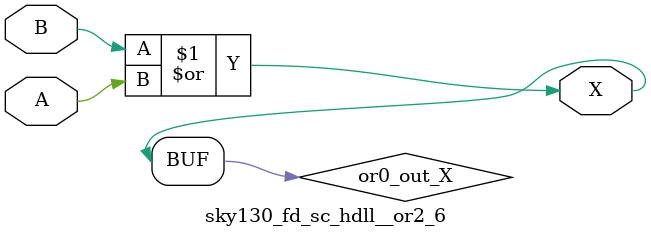
<source format=v>
/*
 * Copyright 2020 The SkyWater PDK Authors
 *
 * Licensed under the Apache License, Version 2.0 (the "License");
 * you may not use this file except in compliance with the License.
 * You may obtain a copy of the License at
 *
 *     https://www.apache.org/licenses/LICENSE-2.0
 *
 * Unless required by applicable law or agreed to in writing, software
 * distributed under the License is distributed on an "AS IS" BASIS,
 * WITHOUT WARRANTIES OR CONDITIONS OF ANY KIND, either express or implied.
 * See the License for the specific language governing permissions and
 * limitations under the License.
 *
 * SPDX-License-Identifier: Apache-2.0
*/


`ifndef SKY130_FD_SC_HDLL__OR2_6_FUNCTIONAL_V
`define SKY130_FD_SC_HDLL__OR2_6_FUNCTIONAL_V

/**
 * or2: 2-input OR.
 *
 * Verilog simulation functional model.
 */

`timescale 1ns / 1ps
`default_nettype none

`celldefine
module sky130_fd_sc_hdll__or2_6 (
    X,
    A,
    B
);

    // Module ports
    output X;
    input  A;
    input  B;

    // Local signals
    wire or0_out_X;

    //  Name  Output     Other arguments
    or  or0  (or0_out_X, B, A           );
    buf buf0 (X        , or0_out_X      );

endmodule
`endcelldefine

`default_nettype wire
`endif  // SKY130_FD_SC_HDLL__OR2_6_FUNCTIONAL_V

</source>
